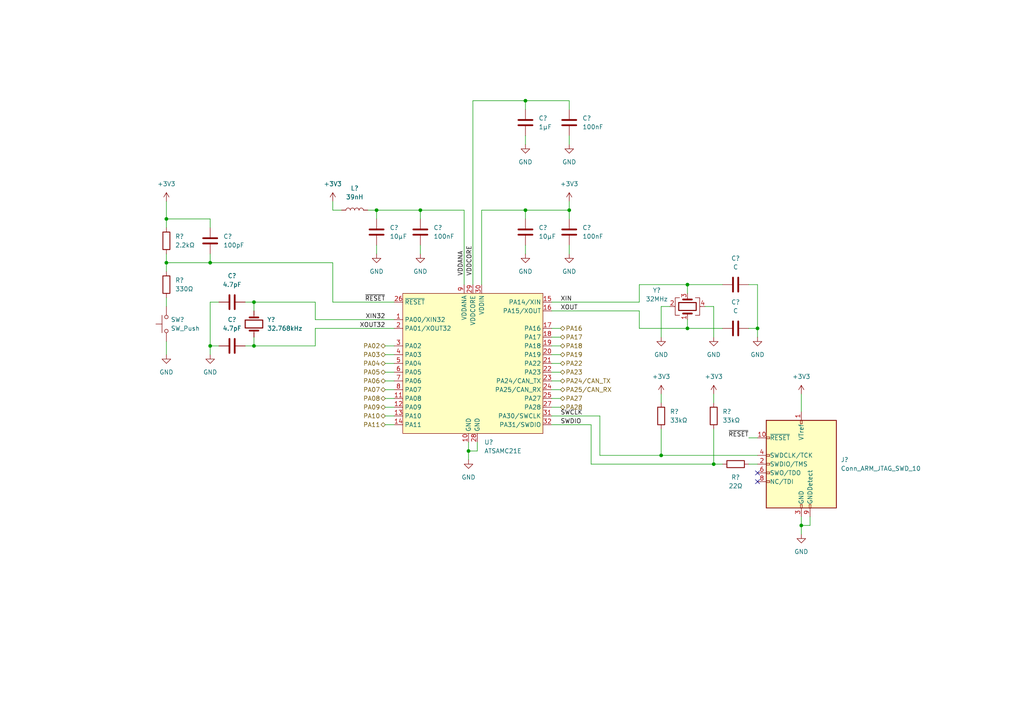
<source format=kicad_sch>
(kicad_sch (version 20211123) (generator eeschema)
  (paper "A4")
  (lib_symbols
    (symbol "Connector:Conn_ARM_JTAG_SWD_10" (pin_names (offset 1.016))
      (property "Reference" "J" (at -2.54 16.51 0))
      (property "Value" "Conn_ARM_JTAG_SWD_10" (at -2.54 13.97 0))
      (symbol "Conn_ARM_JTAG_SWD_10_0_1"
        (rectangle (start -10.16 12.7) (end 10.16 -12.7) (stroke (width 0.254)) (fill (type background)))
        (rectangle (start -2.794 -12.7) (end -2.286 -11.684))
        (rectangle (start -0.254 -12.7) (end 0.254 -11.684))
        (rectangle (start -0.254 12.7) (end 0.254 11.684))
        (rectangle (start 9.144 2.286) (end 10.16 2.794))
        (rectangle (start 10.16 -2.794) (end 9.144 -2.286))
        (rectangle (start 10.16 -0.254) (end 9.144 0.254))
        (rectangle (start 10.16 7.874) (end 9.144 7.366))
      )
      (symbol "Conn_ARM_JTAG_SWD_10_1_1"
        (rectangle (start 9.144 -5.334) (end 10.16 -4.826))
        (pin power_in line (at 0 15.24 270) (length 2.54) (name "VTref") (number "1"))
        (pin open_collector line (at 12.7 7.62 180) (length 2.54) (name "~{RESET}") (number "10"))
        (pin bidirectional line (at 12.7 0 180) (length 2.54) (name "SWDIO/TMS") (number "2"))
        (pin power_in line (at 0 -15.24 90) (length 2.54) (name "GND") (number "3"))
        (pin output line (at 12.7 2.54 180) (length 2.54) (name "SWDCLK/TCK") (number "4"))
        (pin passive line (at 0 -15.24 90) (length 2.54) hide (name "GND") (number "5"))
        (pin input line (at 12.7 -2.54 180) (length 2.54) (name "SWO/TDO") (number "6"))
        (pin no_connect line (at -10.16 0 0) (length 2.54) hide (name "KEY") (number "7"))
        (pin output line (at 12.7 -5.08 180) (length 2.54) (name "NC/TDI") (number "8"))
        (pin passive line (at -2.54 -15.24 90) (length 2.54) (name "GNDDetect") (number "9"))
      )
    )
    (symbol "Device:C" (pin_numbers hide) (pin_names (offset 0.254))
      (property "Reference" "C" (at 0.635 2.54 0))
      (property "Value" "C" (at 0.635 -2.54 0))
      (symbol "C_0_1"
        (polyline (pts (xy -2.032 -0.762) (xy 2.032 -0.762)) (stroke (width 0.508)))
        (polyline (pts (xy -2.032 0.762) (xy 2.032 0.762)) (stroke (width 0.508)))
      )
      (symbol "C_1_1"
        (pin passive line (at 0 3.81 270) (length 2.794) (name "~") (number "1"))
        (pin passive line (at 0 -3.81 90) (length 2.794) (name "~") (number "2"))
      )
    )
    (symbol "Device:Crystal" (pin_numbers hide) (pin_names (offset 1.016) hide)
      (property "Reference" "Y" (at 0 3.81 0))
      (property "Value" "Crystal" (at 0 -3.81 0))
      (symbol "Crystal_0_1"
        (rectangle (start -1.143 2.54) (end 1.143 -2.54) (stroke (width 0.3048)))
        (polyline (pts (xy -2.54 0) (xy -1.905 0)))
        (polyline (pts (xy -1.905 -1.27) (xy -1.905 1.27)) (stroke (width 0.508)))
        (polyline (pts (xy 1.905 -1.27) (xy 1.905 1.27)) (stroke (width 0.508)))
        (polyline (pts (xy 2.54 0) (xy 1.905 0)))
      )
      (symbol "Crystal_1_1"
        (pin passive line (at -3.81 0 0) (length 1.27) (name "1") (number "1"))
        (pin passive line (at 3.81 0 180) (length 1.27) (name "2") (number "2"))
      )
    )
    (symbol "Device:Crystal_GND24" (pin_names (offset 1.016) hide)
      (property "Reference" "Y" (at 3.175 5.08 0))
      (property "Value" "Crystal_GND24" (at 3.175 3.175 0))
      (symbol "Crystal_GND24_0_1"
        (rectangle (start -1.143 2.54) (end 1.143 -2.54) (stroke (width 0.3048)))
        (polyline (pts (xy -2.54 0) (xy -2.032 0)))
        (polyline (pts (xy -2.032 -1.27) (xy -2.032 1.27)) (stroke (width 0.508)))
        (polyline (pts (xy 0 -3.81) (xy 0 -3.556)))
        (polyline (pts (xy 0 3.556) (xy 0 3.81)))
        (polyline (pts (xy 2.032 -1.27) (xy 2.032 1.27)) (stroke (width 0.508)))
        (polyline (pts (xy 2.032 0) (xy 2.54 0)))
        (polyline (pts (xy -2.54 -2.286) (xy -2.54 -3.556) (xy 2.54 -3.556) (xy 2.54 -2.286)))
        (polyline (pts (xy -2.54 2.286) (xy -2.54 3.556) (xy 2.54 3.556) (xy 2.54 2.286)))
      )
      (symbol "Crystal_GND24_1_1"
        (pin passive line (at -3.81 0 0) (length 1.27) (name "1") (number "1"))
        (pin passive line (at 0 5.08 270) (length 1.27) (name "2") (number "2"))
        (pin passive line (at 3.81 0 180) (length 1.27) (name "3") (number "3"))
        (pin passive line (at 0 -5.08 90) (length 1.27) (name "4") (number "4"))
      )
    )
    (symbol "Device:L" (pin_numbers hide) (pin_names (offset 1.016) hide)
      (property "Reference" "L" (at -1.27 0 90))
      (property "Value" "L" (at 1.905 0 90))
      (symbol "L_0_1"
        (arc (start 0 -2.54) (mid 0.635 -1.905) (end 0 -1.27))
        (arc (start 0 -1.27) (mid 0.635 -0.635) (end 0 0))
        (arc (start 0 0) (mid 0.635 0.635) (end 0 1.27))
        (arc (start 0 1.27) (mid 0.635 1.905) (end 0 2.54))
      )
      (symbol "L_1_1"
        (pin passive line (at 0 3.81 270) (length 1.27) (name "1") (number "1"))
        (pin passive line (at 0 -3.81 90) (length 1.27) (name "2") (number "2"))
      )
    )
    (symbol "Device:R" (pin_numbers hide) (pin_names (offset 0))
      (property "Reference" "R" (at 2.032 0 90))
      (property "Value" "R" (at 0 0 90))
      (symbol "R_0_1"
        (rectangle (start -1.016 -2.54) (end 1.016 2.54) (stroke (width 0.254)))
      )
      (symbol "R_1_1"
        (pin passive line (at 0 3.81 270) (length 1.27) (name "~") (number "1"))
        (pin passive line (at 0 -3.81 90) (length 1.27) (name "~") (number "2"))
      )
    )
    (symbol "Switch:SW_Push" (pin_numbers hide) (pin_names (offset 1.016) hide)
      (property "Reference" "SW" (at 1.27 2.54 0))
      (property "Value" "SW_Push" (at 0 -1.524 0))
      (symbol "SW_Push_0_1"
        (circle (center -2.032 0) (radius 0.508))
        (polyline (pts (xy 0 1.27) (xy 0 3.048)))
        (polyline (pts (xy 2.54 1.27) (xy -2.54 1.27)))
        (circle (center 2.032 0) (radius 0.508))
        (pin passive line (at -5.08 0 0) (length 2.54) (name "1") (number "1"))
        (pin passive line (at 5.08 0 180) (length 2.54) (name "2") (number "2"))
      )
    )
    (symbol "power:+3V3" (power) (pin_names (offset 0))
      (property "Value" "+3V3" (at 0 3.556 0))
      (symbol "+3V3_0_1"
        (polyline (pts (xy -0.762 1.27) (xy 0 2.54)))
        (polyline (pts (xy 0 0) (xy 0 2.54)))
        (polyline (pts (xy 0 2.54) (xy 0.762 1.27)))
      )
      (symbol "+3V3_1_1"
        (pin power_in line (at 0 0 90) (length 0) hide (name "+3V3") (number "1"))
      )
    )
    (symbol "power:GND" (power) (pin_names (offset 0))
      (property "Value" "GND" (at 0 -3.81 0))
      (symbol "GND_0_1"
        (polyline (pts (xy 0 0) (xy 0 -1.27) (xy 1.27 -1.27) (xy 0 -2.54) (xy -1.27 -1.27) (xy 0 -1.27)))
      )
      (symbol "GND_1_1"
        (pin power_in line (at 0 0 270) (length 0) hide (name "GND") (number "1"))
      )
    )
    (symbol "sam-fd:ATSAMC21E"
      (property "Reference" "U" (at -19.05 21.59 0))
      (property "Value" "ATSAMC21E" (at 19.05 21.59 0))
      (symbol "ATSAMC21E_0_0"
        (pin unspecified line (at -22.86 12.7 0) (length 2.54) (name "PA00/XIN32") (number "1"))
        (pin unspecified line (at -1.27 -22.86 90) (length 2.54) (name "GND") (number "10"))
        (pin unspecified line (at -22.86 -10.16 0) (length 2.54) (name "PA08") (number "11"))
        (pin unspecified line (at -22.86 -12.7 0) (length 2.54) (name "PA09") (number "12"))
        (pin unspecified line (at -22.86 -15.24 0) (length 2.54) (name "PA10") (number "13"))
        (pin unspecified line (at -22.86 -17.78 0) (length 2.54) (name "PA11") (number "14"))
        (pin unspecified line (at 22.86 17.78 180) (length 2.54) (name "PA14/XIN") (number "15"))
        (pin unspecified line (at 22.86 15.24 180) (length 2.54) (name "PA15/XOUT") (number "16"))
        (pin unspecified line (at 22.86 10.16 180) (length 2.54) (name "PA16") (number "17"))
        (pin unspecified line (at 22.86 7.62 180) (length 2.54) (name "PA17") (number "18"))
        (pin unspecified line (at 22.86 5.08 180) (length 2.54) (name "PA18") (number "19"))
        (pin unspecified line (at -22.86 10.16 0) (length 2.54) (name "PA01/XOUT32") (number "2"))
        (pin unspecified line (at 22.86 2.54 180) (length 2.54) (name "PA19") (number "20"))
        (pin unspecified line (at 22.86 0 180) (length 2.54) (name "PA22") (number "21"))
        (pin unspecified line (at 22.86 -2.54 180) (length 2.54) (name "PA23") (number "22"))
        (pin unspecified line (at 22.86 -5.08 180) (length 2.54) (name "PA24/CAN_TX") (number "23"))
        (pin unspecified line (at 22.86 -7.62 180) (length 2.54) (name "PA25/CAN_RX") (number "24"))
        (pin unspecified line (at 22.86 -10.16 180) (length 2.54) (name "PA27") (number "25"))
        (pin unspecified line (at -22.86 17.78 0) (length 2.54) (name "~{RESET}") (number "26"))
        (pin unspecified line (at 22.86 -12.7 180) (length 2.54) (name "PA28") (number "27"))
        (pin unspecified line (at 1.27 -22.86 90) (length 2.54) (name "GND") (number "28"))
        (pin unspecified line (at 0 22.86 270) (length 2.54) (name "VDDCORE") (number "29"))
        (pin unspecified line (at -22.86 5.08 0) (length 2.54) (name "PA02") (number "3"))
        (pin unspecified line (at 2.54 22.86 270) (length 2.54) (name "VDDIN") (number "30"))
        (pin unspecified line (at 22.86 -15.24 180) (length 2.54) (name "PA30/SWCLK") (number "31"))
        (pin unspecified line (at 22.86 -17.78 180) (length 2.54) (name "PA31/SWDIO") (number "32"))
        (pin unspecified line (at -22.86 2.54 0) (length 2.54) (name "PA03") (number "4"))
        (pin unspecified line (at -22.86 0 0) (length 2.54) (name "PA04") (number "5"))
        (pin unspecified line (at -22.86 -2.54 0) (length 2.54) (name "PA05") (number "6"))
        (pin unspecified line (at -22.86 -5.08 0) (length 2.54) (name "PA06") (number "7"))
        (pin unspecified line (at -22.86 -7.62 0) (length 2.54) (name "PA07") (number "8"))
        (pin unspecified line (at -2.54 22.86 270) (length 2.54) (name "VDDANA") (number "9"))
      )
      (symbol "ATSAMC21E_0_1"
        (rectangle (start -20.32 20.32) (end 20.32 -20.32) (fill (type background)))
      )
    )
  )
  (junction (at 191.77 132.08))
  (junction (at 207.01 134.62))
  (junction (at 121.92 60.96))
  (junction (at 73.66 87.63))
  (junction (at 152.4 60.96))
  (junction (at 199.39 95.25))
  (junction (at 232.41 152.4))
  (junction (at 73.66 100.33))
  (junction (at 48.26 63.5))
  (junction (at 60.96 100.33))
  (junction (at 109.22 60.96))
  (junction (at 199.39 82.55))
  (junction (at 219.71 95.25))
  (junction (at 152.4 29.21))
  (junction (at 60.96 76.2))
  (junction (at 135.89 130.81))
  (junction (at 48.26 76.2))
  (junction (at 165.1 60.96))
  (no_connect (at 219.71 139.7))
  (no_connect (at 219.71 137.16))
  (wire (pts (xy 138.43 130.81) (xy 138.43 128.27)))
  (wire (pts (xy 121.92 71.12) (xy 121.92 73.66)))
  (wire (pts (xy 48.26 63.5) (xy 60.96 63.5)))
  (wire (pts (xy 73.66 100.33) (xy 73.66 97.79)))
  (wire (pts (xy 152.4 39.37) (xy 152.4 41.91)))
  (wire (pts (xy 48.26 73.66) (xy 48.26 76.2)))
  (wire (pts (xy 48.26 76.2) (xy 60.96 76.2)))
  (wire (pts (xy 160.02 113.03) (xy 162.56 113.03)))
  (wire (pts (xy 199.39 82.55) (xy 209.55 82.55)))
  (wire (pts (xy 109.22 60.96) (xy 109.22 63.5)))
  (wire (pts (xy 165.1 58.42) (xy 165.1 60.96)))
  (wire (pts (xy 160.02 110.49) (xy 162.56 110.49)))
  (wire (pts (xy 199.39 85.09) (xy 199.39 82.55)))
  (wire (pts (xy 91.44 100.33) (xy 91.44 95.25)))
  (wire (pts (xy 160.02 100.33) (xy 162.56 100.33)))
  (wire (pts (xy 60.96 76.2) (xy 60.96 73.66)))
  (wire (pts (xy 111.76 110.49) (xy 114.3 110.49)))
  (wire (pts (xy 134.62 60.96) (xy 134.62 82.55)))
  (wire (pts (xy 232.41 149.86) (xy 232.41 152.4)))
  (wire (pts (xy 171.45 123.19) (xy 171.45 134.62)))
  (wire (pts (xy 111.76 118.11) (xy 114.3 118.11)))
  (wire (pts (xy 165.1 71.12) (xy 165.1 73.66)))
  (wire (pts (xy 160.02 120.65) (xy 173.99 120.65)))
  (wire (pts (xy 160.02 107.95) (xy 162.56 107.95)))
  (wire (pts (xy 160.02 95.25) (xy 162.56 95.25)))
  (wire (pts (xy 48.26 58.42) (xy 48.26 63.5)))
  (wire (pts (xy 91.44 95.25) (xy 114.3 95.25)))
  (wire (pts (xy 232.41 114.3) (xy 232.41 119.38)))
  (wire (pts (xy 191.77 132.08) (xy 219.71 132.08)))
  (wire (pts (xy 73.66 87.63) (xy 73.66 90.17)))
  (wire (pts (xy 137.16 29.21) (xy 137.16 82.55)))
  (wire (pts (xy 219.71 95.25) (xy 219.71 97.79)))
  (wire (pts (xy 173.99 120.65) (xy 173.99 132.08)))
  (wire (pts (xy 160.02 102.87) (xy 162.56 102.87)))
  (wire (pts (xy 152.4 63.5) (xy 152.4 60.96)))
  (wire (pts (xy 71.12 100.33) (xy 73.66 100.33)))
  (wire (pts (xy 171.45 134.62) (xy 207.01 134.62)))
  (wire (pts (xy 217.17 82.55) (xy 219.71 82.55)))
  (wire (pts (xy 60.96 100.33) (xy 63.5 100.33)))
  (wire (pts (xy 73.66 100.33) (xy 91.44 100.33)))
  (wire (pts (xy 111.76 123.19) (xy 114.3 123.19)))
  (wire (pts (xy 48.26 76.2) (xy 48.26 78.74)))
  (wire (pts (xy 63.5 87.63) (xy 60.96 87.63)))
  (wire (pts (xy 48.26 99.06) (xy 48.26 102.87)))
  (wire (pts (xy 185.42 82.55) (xy 199.39 82.55)))
  (wire (pts (xy 111.76 115.57) (xy 114.3 115.57)))
  (wire (pts (xy 207.01 114.3) (xy 207.01 116.84)))
  (wire (pts (xy 106.68 60.96) (xy 109.22 60.96)))
  (wire (pts (xy 185.42 95.25) (xy 185.42 90.17)))
  (wire (pts (xy 173.99 132.08) (xy 191.77 132.08)))
  (wire (pts (xy 60.96 76.2) (xy 96.52 76.2)))
  (wire (pts (xy 91.44 92.71) (xy 114.3 92.71)))
  (wire (pts (xy 194.31 88.9) (xy 191.77 88.9)))
  (wire (pts (xy 160.02 123.19) (xy 171.45 123.19)))
  (wire (pts (xy 135.89 130.81) (xy 138.43 130.81)))
  (wire (pts (xy 48.26 86.36) (xy 48.26 88.9)))
  (wire (pts (xy 165.1 60.96) (xy 165.1 63.5)))
  (wire (pts (xy 60.96 87.63) (xy 60.96 100.33)))
  (wire (pts (xy 160.02 87.63) (xy 185.42 87.63)))
  (wire (pts (xy 135.89 128.27) (xy 135.89 130.81)))
  (wire (pts (xy 71.12 87.63) (xy 73.66 87.63)))
  (wire (pts (xy 96.52 58.42) (xy 96.52 60.96)))
  (wire (pts (xy 111.76 120.65) (xy 114.3 120.65)))
  (wire (pts (xy 199.39 95.25) (xy 209.55 95.25)))
  (wire (pts (xy 191.77 132.08) (xy 191.77 124.46)))
  (wire (pts (xy 160.02 118.11) (xy 162.56 118.11)))
  (wire (pts (xy 111.76 107.95) (xy 114.3 107.95)))
  (wire (pts (xy 111.76 105.41) (xy 114.3 105.41)))
  (wire (pts (xy 160.02 90.17) (xy 185.42 90.17)))
  (wire (pts (xy 121.92 60.96) (xy 134.62 60.96)))
  (wire (pts (xy 207.01 134.62) (xy 207.01 124.46)))
  (wire (pts (xy 185.42 95.25) (xy 199.39 95.25)))
  (wire (pts (xy 111.76 113.03) (xy 114.3 113.03)))
  (wire (pts (xy 160.02 105.41) (xy 162.56 105.41)))
  (wire (pts (xy 160.02 97.79) (xy 162.56 97.79)))
  (wire (pts (xy 114.3 87.63) (xy 96.52 87.63)))
  (wire (pts (xy 152.4 29.21) (xy 137.16 29.21)))
  (wire (pts (xy 234.95 152.4) (xy 234.95 149.86)))
  (wire (pts (xy 165.1 31.75) (xy 165.1 29.21)))
  (wire (pts (xy 207.01 88.9) (xy 207.01 97.79)))
  (wire (pts (xy 204.47 88.9) (xy 207.01 88.9)))
  (wire (pts (xy 232.41 152.4) (xy 232.41 154.94)))
  (wire (pts (xy 191.77 114.3) (xy 191.77 116.84)))
  (wire (pts (xy 185.42 82.55) (xy 185.42 87.63)))
  (wire (pts (xy 109.22 71.12) (xy 109.22 73.66)))
  (wire (pts (xy 48.26 63.5) (xy 48.26 66.04)))
  (wire (pts (xy 217.17 134.62) (xy 219.71 134.62)))
  (wire (pts (xy 209.55 134.62) (xy 207.01 134.62)))
  (wire (pts (xy 219.71 95.25) (xy 217.17 95.25)))
  (wire (pts (xy 111.76 102.87) (xy 114.3 102.87)))
  (wire (pts (xy 165.1 29.21) (xy 152.4 29.21)))
  (wire (pts (xy 109.22 60.96) (xy 121.92 60.96)))
  (wire (pts (xy 199.39 92.71) (xy 199.39 95.25)))
  (wire (pts (xy 160.02 115.57) (xy 162.56 115.57)))
  (wire (pts (xy 135.89 130.81) (xy 135.89 133.35)))
  (wire (pts (xy 91.44 87.63) (xy 91.44 92.71)))
  (wire (pts (xy 232.41 152.4) (xy 234.95 152.4)))
  (wire (pts (xy 60.96 100.33) (xy 60.96 102.87)))
  (wire (pts (xy 152.4 60.96) (xy 165.1 60.96)))
  (wire (pts (xy 152.4 60.96) (xy 139.7 60.96)))
  (wire (pts (xy 60.96 63.5) (xy 60.96 66.04)))
  (wire (pts (xy 73.66 87.63) (xy 91.44 87.63)))
  (wire (pts (xy 96.52 60.96) (xy 99.06 60.96)))
  (wire (pts (xy 121.92 60.96) (xy 121.92 63.5)))
  (wire (pts (xy 96.52 87.63) (xy 96.52 76.2)))
  (wire (pts (xy 152.4 71.12) (xy 152.4 73.66)))
  (wire (pts (xy 152.4 29.21) (xy 152.4 31.75)))
  (wire (pts (xy 191.77 88.9) (xy 191.77 97.79)))
  (wire (pts (xy 165.1 39.37) (xy 165.1 41.91)))
  (wire (pts (xy 111.76 100.33) (xy 114.3 100.33)))
  (wire (pts (xy 217.17 127) (xy 219.71 127)))
  (wire (pts (xy 139.7 60.96) (xy 139.7 82.55)))
  (wire (pts (xy 219.71 82.55) (xy 219.71 95.25)))
  (label "VDDCORE" (at 137.16 80.01 90))
  (label "XIN32" (at 111.76 92.71 180))
  (label "~{RESET}" (at 217.17 127 180))
  (label "XOUT" (at 162.56 90.17 0))
  (label "VDDANA" (at 134.62 80.01 90))
  (label "XOUT32" (at 111.76 95.25 180))
  (label "XIN" (at 162.56 87.63 0))
  (label "SWCLK" (at 162.56 120.65 0))
  (label "~{RESET}" (at 111.76 87.63 180))
  (label "SWDIO" (at 162.56 123.19 0))
  (hierarchical_label "PA11" (shape bidirectional) (at 111.76 123.19 180))
  (hierarchical_label "PA08" (shape bidirectional) (at 111.76 115.57 180))
  (hierarchical_label "PA23" (shape bidirectional) (at 162.56 107.95 0))
  (hierarchical_label "PA09" (shape bidirectional) (at 111.76 118.11 180))
  (hierarchical_label "PA02" (shape bidirectional) (at 111.76 100.33 180))
  (hierarchical_label "PA19" (shape bidirectional) (at 162.56 102.87 0))
  (hierarchical_label "PA05" (shape bidirectional) (at 111.76 107.95 180))
  (hierarchical_label "PA10" (shape bidirectional) (at 111.76 120.65 180))
  (hierarchical_label "PA27" (shape bidirectional) (at 162.56 115.57 0))
  (hierarchical_label "PA22" (shape bidirectional) (at 162.56 105.41 0))
  (hierarchical_label "PA16" (shape bidirectional) (at 162.56 95.25 0))
  (hierarchical_label "PA06" (shape bidirectional) (at 111.76 110.49 180))
  (hierarchical_label "PA18" (shape bidirectional) (at 162.56 100.33 0))
  (hierarchical_label "PA04" (shape bidirectional) (at 111.76 105.41 180))
  (hierarchical_label "PA07" (shape bidirectional) (at 111.76 113.03 180))
  (hierarchical_label "PA17" (shape bidirectional) (at 162.56 97.79 0))
  (hierarchical_label "PA24{slash}CAN_TX" (shape bidirectional) (at 162.56 110.49 0))
  (hierarchical_label "PA28" (shape bidirectional) (at 162.56 118.11 0))
  (hierarchical_label "PA03" (shape bidirectional) (at 111.76 102.87 180))
  (hierarchical_label "PA25{slash}CAN_RX" (shape bidirectional) (at 162.56 113.03 0))
  (symbol (lib_id "Device:R") (at 48.26 82.55 0) (unit 1)
    (property "Reference" "R?" (at 50.8 81.2799 0) (effects (justify left)))
    (property "Value" "330Ω" (at 50.8 83.8199 0) (effects (justify left)))
  )
  (symbol (lib_id "power:GND") (at 207.01 97.79 0) (unit 1)
    (property "Reference" "#PWR?" (effects hide))
    (property "Value" "GND" (at 207.01 102.87 0))
  )
  (symbol (lib_id "power:GND") (at 152.4 73.66 0) (unit 1)
    (property "Reference" "#PWR?" (effects hide))
    (property "Value" "GND" (at 152.4 78.74 0))
  )
  (symbol (lib_id "power:GND") (at 60.96 102.87 0) (unit 1)
    (property "Reference" "#PWR?" (effects hide))
    (property "Value" "GND" (at 60.96 107.95 0))
  )
  (symbol (lib_id "power:GND") (at 48.26 102.87 0) (unit 1)
    (property "Reference" "#PWR?" (effects hide))
    (property "Value" "GND" (at 48.26 107.95 0))
  )
  (symbol (lib_id "Device:R") (at 213.36 134.62 90) (unit 1)
    (property "Reference" "R?" (at 213.36 138.43 90))
    (property "Value" "22Ω" (at 213.36 140.97 90))
  )
  (symbol (lib_id "power:+3V3") (at 232.41 114.3 0) (unit 1)
    (property "Reference" "#PWR?" (effects hide))
    (property "Value" "+3V3" (at 232.41 109.22 0))
  )
  (symbol (lib_id "power:GND") (at 232.41 154.94 0) (unit 1)
    (property "Reference" "#PWR?" (effects hide))
    (property "Value" "GND" (at 232.41 160.02 0))
  )
  (symbol (lib_id "Connector:Conn_ARM_JTAG_SWD_10") (at 232.41 134.62 0) (mirror y) (unit 1)
    (property "Reference" "J?" (at 243.84 133.3499 0) (effects (justify right)))
    (property "Value" "Conn_ARM_JTAG_SWD_10" (at 243.84 135.8899 0) (effects (justify right)))
    (property "Datasheet" "http://infocenter.arm.com/help/topic/com.arm.doc.ddi0314h/DDI0314H_coresight_components_trm.pdf" (effects hide))
  )
  (symbol (lib_id "power:GND") (at 152.4 41.91 0) (unit 1)
    (property "Reference" "#PWR?" (effects hide))
    (property "Value" "GND" (at 152.4 46.99 0))
  )
  (symbol (lib_id "Device:R") (at 191.77 120.65 180) (unit 1)
    (property "Reference" "R?" (at 194.31 119.3799 0) (effects (justify right)))
    (property "Value" "33kΩ" (at 194.31 121.9199 0) (effects (justify right)))
  )
  (symbol (lib_id "Device:C") (at 165.1 67.31 0) (unit 1)
    (property "Reference" "C?" (at 168.91 66.0399 0) (effects (justify left)))
    (property "Value" "100nF" (at 168.91 68.5799 0) (effects (justify left)))
  )
  (symbol (lib_id "power:+3V3") (at 48.26 58.42 0) (unit 1)
    (property "Reference" "#PWR?" (effects hide))
    (property "Value" "+3V3" (at 48.26 53.34 0))
  )
  (symbol (lib_id "Device:C") (at 121.92 67.31 0) (unit 1)
    (property "Reference" "C?" (at 125.73 66.0399 0) (effects (justify left)))
    (property "Value" "100nF" (at 125.73 68.5799 0) (effects (justify left)))
  )
  (symbol (lib_id "power:+3V3") (at 207.01 114.3 0) (unit 1)
    (property "Reference" "#PWR?" (effects hide))
    (property "Value" "+3V3" (at 207.01 109.22 0))
  )
  (symbol (lib_id "Device:C") (at 213.36 95.25 90) (unit 1)
    (property "Reference" "C?" (at 213.36 87.63 90))
    (property "Value" "C" (at 213.36 90.17 90))
  )
  (symbol (lib_id "Device:C") (at 152.4 35.56 0) (unit 1)
    (property "Reference" "C?" (at 156.21 34.2899 0) (effects (justify left)))
    (property "Value" "1µF" (at 156.21 36.8299 0) (effects (justify left)))
  )
  (symbol (lib_id "Device:C") (at 67.31 100.33 90) (unit 1)
    (property "Reference" "C?" (at 67.31 92.71 90))
    (property "Value" "4.7pF" (at 67.31 95.25 90))
  )
  (symbol (lib_id "Device:C") (at 60.96 69.85 0) (unit 1)
    (property "Reference" "C?" (at 64.77 68.5799 0) (effects (justify left)))
    (property "Value" "100pF" (at 64.77 71.1199 0) (effects (justify left)))
  )
  (symbol (lib_id "power:GND") (at 121.92 73.66 0) (unit 1)
    (property "Reference" "#PWR?" (effects hide))
    (property "Value" "GND" (at 121.92 78.74 0))
  )
  (symbol (lib_id "power:GND") (at 219.71 97.79 0) (unit 1)
    (property "Reference" "#PWR?" (effects hide))
    (property "Value" "GND" (at 219.71 102.87 0))
  )
  (symbol (lib_id "Device:C") (at 109.22 67.31 0) (unit 1)
    (property "Reference" "C?" (at 113.03 66.0399 0) (effects (justify left)))
    (property "Value" "10µF" (at 113.03 68.5799 0) (effects (justify left)))
  )
  (symbol (lib_id "Device:C") (at 152.4 67.31 0) (unit 1)
    (property "Reference" "C?" (at 156.21 66.0399 0) (effects (justify left)))
    (property "Value" "10µF" (at 156.21 68.5799 0) (effects (justify left)))
  )
  (symbol (lib_id "power:GND") (at 191.77 97.79 0) (unit 1)
    (property "Reference" "#PWR?" (effects hide))
    (property "Value" "GND" (at 191.77 102.87 0))
  )
  (symbol (lib_id "power:GND") (at 165.1 41.91 0) (unit 1)
    (property "Reference" "#PWR?" (effects hide))
    (property "Value" "GND" (at 165.1 46.99 0))
  )
  (symbol (lib_id "Device:C") (at 165.1 35.56 0) (unit 1)
    (property "Reference" "C?" (at 168.91 34.2899 0) (effects (justify left)))
    (property "Value" "100nF" (at 168.91 36.8299 0) (effects (justify left)))
  )
  (symbol (lib_id "Device:L") (at 102.87 60.96 90) (unit 1)
    (property "Reference" "L?" (at 102.87 54.61 90))
    (property "Value" "39nH" (at 102.87 57.15 90))
  )
  (symbol (lib_id "power:GND") (at 135.89 133.35 0) (unit 1)
    (property "Reference" "#PWR?" (effects hide))
    (property "Value" "GND" (at 135.89 138.43 0))
  )
  (symbol (lib_id "Device:Crystal_GND24") (at 199.39 88.9 90) (unit 1)
    (property "Reference" "Y?" (at 190.5 84.201 90))
    (property "Value" "32MHz" (at 190.5 86.741 90))
  )
  (symbol (lib_id "power:GND") (at 109.22 73.66 0) (unit 1)
    (property "Reference" "#PWR?" (effects hide))
    (property "Value" "GND" (at 109.22 78.74 0))
  )
  (symbol (lib_id "Device:C") (at 213.36 82.55 90) (unit 1)
    (property "Reference" "C?" (at 213.36 74.93 90))
    (property "Value" "C" (at 213.36 77.47 90))
  )
  (symbol (lib_id "power:GND") (at 165.1 73.66 0) (unit 1)
    (property "Reference" "#PWR?" (effects hide))
    (property "Value" "GND" (at 165.1 78.74 0))
  )
  (symbol (lib_id "Device:C") (at 67.31 87.63 90) (unit 1)
    (property "Reference" "C?" (at 67.31 80.01 90))
    (property "Value" "4.7pF" (at 67.31 82.55 90))
  )
  (symbol (lib_id "Device:Crystal") (at 73.66 93.98 90) (unit 1)
    (property "Reference" "Y?" (at 77.47 92.7099 90) (effects (justify right)))
    (property "Value" "32.768kHz" (at 77.47 95.2499 90) (effects (justify right)))
  )
  (symbol (lib_id "Device:R") (at 207.01 120.65 180) (unit 1)
    (property "Reference" "R?" (at 209.55 119.3799 0) (effects (justify right)))
    (property "Value" "33kΩ" (at 209.55 121.9199 0) (effects (justify right)))
  )
  (symbol (lib_id "Device:R") (at 48.26 69.85 0) (unit 1)
    (property "Reference" "R?" (at 50.8 68.5799 0) (effects (justify left)))
    (property "Value" "2.2kΩ" (at 50.8 71.1199 0) (effects (justify left)))
  )
  (symbol (lib_id "power:+3V3") (at 191.77 114.3 0) (unit 1)
    (property "Reference" "#PWR?" (effects hide))
    (property "Value" "+3V3" (at 191.77 109.22 0))
  )
  (symbol (lib_id "power:+3V3") (at 96.52 58.42 0) (unit 1)
    (property "Reference" "#PWR?" (effects hide))
    (property "Value" "+3V3" (at 96.52 53.34 0))
  )
  (symbol (lib_id "sam-fd:ATSAMC21E") (at 137.16 105.41 0) (unit 1)
    (property "Reference" "U?" (at 140.4494 128.27 0) (effects (justify left)))
    (property "Value" "ATSAMC21E" (at 140.4494 130.81 0) (effects (justify left)))
    (property "Footprint" "Package_QFP:TQFP-32_7x7mm_P0.8mm" (effects hide))
    (property "Datasheet" "./datasheets/SAM-C20-C21-Family-Data-Sheet-DS60001479J.pdf" (effects hide))
  )
  (symbol (lib_id "Switch:SW_Push") (at 48.26 93.98 90) (unit 1)
    (property "Reference" "SW?" (at 49.53 92.7099 90) (effects (justify right)))
    (property "Value" "SW_Push" (at 49.53 95.2499 90) (effects (justify right)))
  )
  (symbol (lib_id "power:+3V3") (at 165.1 58.42 0) (unit 1)
    (property "Reference" "#PWR?" (effects hide))
    (property "Value" "+3V3" (at 165.1 53.34 0))
  )
)
</source>
